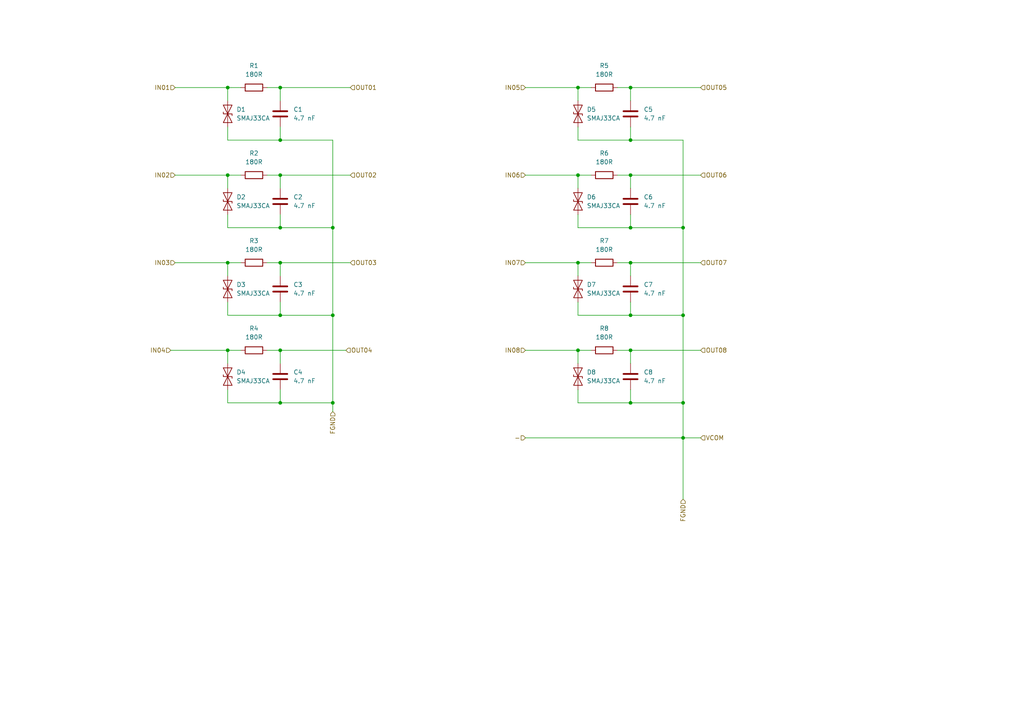
<source format=kicad_sch>
(kicad_sch (version 20231120) (generator "eeschema") (generator_version "8.0")
  (paper "A4")
  (lib_symbols
    (symbol "Diode:SMAJ33CA" (pin_numbers hide) (pin_names (offset 1.016) hide)
      (property "Reference" "D" (at 0 2.54 0))
      (property "Value" "SMAJ33CA" (at 0 -2.54 0))
      (symbol "SMAJ33CA_0_1"
        (polyline (pts (xy 1.27 0) (xy -1.27 0)))
        (polyline (pts (xy -2.54 -1.27) (xy 0 0) (xy -2.54 1.27) (xy -2.54 -1.27)) (stroke (width 0.2032)))
        (polyline (pts (xy 0.508 1.27) (xy 0 1.27) (xy 0 -1.27) (xy -0.508 -1.27)) (stroke (width 0.2032)))
        (polyline (pts (xy 2.54 1.27) (xy 2.54 -1.27) (xy 0 0) (xy 2.54 1.27)) (stroke (width 0.2032)))
      )
      (symbol "SMAJ33CA_1_1"
        (pin passive line (at -3.81 0 0) (length 2.54) (name "A1") (number "1"))
        (pin passive line (at 3.81 0 180) (length 2.54) (name "A2") (number "2"))
      )
    )
    (symbol "kicad_inventree_lib:C_4.7nF_50V_1206" (pin_numbers hide) (pin_names (offset 0.254))
      (property "Reference" "C" (at 0.635 2.54 0))
      (property "Value" "4.7 nF" (at 0.635 -2.54 0))
      (symbol "C_4.7nF_50V_1206_0_1"
        (polyline (pts (xy -2.032 -0.762) (xy 2.032 -0.762)) (stroke (width 0.508)))
        (polyline (pts (xy -2.032 0.762) (xy 2.032 0.762)) (stroke (width 0.508)))
      )
      (symbol "C_4.7nF_50V_1206_1_1"
        (pin passive line (at 0 3.81 270) (length 2.794) (name "~") (number "1"))
        (pin passive line (at 0 -3.81 90) (length 2.794) (name "~") (number "2"))
      )
    )
    (symbol "kicad_inventree_lib:R_180R_1206_1%" (pin_numbers hide) (pin_names (offset 0))
      (property "Reference" "R" (at 2.032 0 90))
      (property "Value" "180R" (at 0 0 90))
      (symbol "R_180R_1206_1%_0_1"
        (rectangle (start -1.016 -2.54) (end 1.016 2.54) (stroke (width 0.254)))
      )
      (symbol "R_180R_1206_1%_1_1"
        (pin passive line (at 0 3.81 270) (length 1.27) (name "~") (number "1"))
        (pin passive line (at 0 -3.81 90) (length 1.27) (name "~") (number "2"))
      )
    )
  )
  (junction (at 182.88 40.64))
  (junction (at 182.88 116.84))
  (junction (at 81.28 91.44))
  (junction (at 66.04 76.2))
  (junction (at 198.12 91.44))
  (junction (at 81.28 25.4))
  (junction (at 182.88 25.4))
  (junction (at 182.88 66.04))
  (junction (at 81.28 101.6))
  (junction (at 182.88 50.8))
  (junction (at 167.64 101.6))
  (junction (at 81.28 76.2))
  (junction (at 96.52 91.44))
  (junction (at 81.28 66.04))
  (junction (at 96.52 116.84))
  (junction (at 81.28 50.8))
  (junction (at 198.12 116.84))
  (junction (at 167.64 25.4))
  (junction (at 96.52 66.04))
  (junction (at 182.88 101.6))
  (junction (at 81.28 116.84))
  (junction (at 198.12 127))
  (junction (at 198.12 66.04))
  (junction (at 182.88 76.2))
  (junction (at 66.04 25.4))
  (junction (at 167.64 50.8))
  (junction (at 81.28 40.64))
  (junction (at 182.88 91.44))
  (junction (at 66.04 50.8))
  (junction (at 66.04 101.6))
  (junction (at 167.64 76.2))
  (wire (pts (xy 167.64 101.6) (xy 167.64 105.41)))
  (wire (pts (xy 66.04 76.2) (xy 69.85 76.2)))
  (wire (pts (xy 167.64 25.4) (xy 167.64 29.21)))
  (wire (pts (xy 179.07 25.4) (xy 182.88 25.4)))
  (wire (pts (xy 49.53 101.6) (xy 66.04 101.6)))
  (wire (pts (xy 198.12 127) (xy 198.12 144.78)))
  (wire (pts (xy 81.28 76.2) (xy 81.28 80.01)))
  (wire (pts (xy 182.88 101.6) (xy 182.88 105.41)))
  (wire (pts (xy 66.04 50.8) (xy 66.04 54.61)))
  (wire (pts (xy 81.28 25.4) (xy 81.28 29.21)))
  (wire (pts (xy 66.04 101.6) (xy 69.85 101.6)))
  (wire (pts (xy 77.47 50.8) (xy 81.28 50.8)))
  (wire (pts (xy 50.8 76.2) (xy 66.04 76.2)))
  (wire (pts (xy 167.64 101.6) (xy 171.45 101.6)))
  (wire (pts (xy 182.88 50.8) (xy 182.88 54.61)))
  (wire (pts (xy 179.07 101.6) (xy 182.88 101.6)))
  (wire (pts (xy 66.04 62.23) (xy 66.04 66.04)))
  (wire (pts (xy 182.88 40.64) (xy 198.12 40.64)))
  (wire (pts (xy 66.04 36.83) (xy 66.04 40.64)))
  (wire (pts (xy 167.64 25.4) (xy 171.45 25.4)))
  (wire (pts (xy 66.04 76.2) (xy 66.04 80.01)))
  (wire (pts (xy 96.52 91.44) (xy 96.52 116.84)))
  (wire (pts (xy 50.8 50.8) (xy 66.04 50.8)))
  (wire (pts (xy 182.88 25.4) (xy 182.88 29.21)))
  (wire (pts (xy 66.04 87.63) (xy 66.04 91.44)))
  (wire (pts (xy 66.04 50.8) (xy 69.85 50.8)))
  (wire (pts (xy 167.64 50.8) (xy 167.64 54.61)))
  (wire (pts (xy 182.88 40.64) (xy 167.64 40.64)))
  (wire (pts (xy 81.28 116.84) (xy 96.52 116.84)))
  (wire (pts (xy 152.4 127) (xy 198.12 127)))
  (wire (pts (xy 182.88 76.2) (xy 203.2 76.2)))
  (wire (pts (xy 198.12 40.64) (xy 198.12 66.04)))
  (wire (pts (xy 179.07 76.2) (xy 182.88 76.2)))
  (wire (pts (xy 167.64 87.63) (xy 167.64 91.44)))
  (wire (pts (xy 81.28 76.2) (xy 101.6 76.2)))
  (wire (pts (xy 167.64 76.2) (xy 167.64 80.01)))
  (wire (pts (xy 81.28 40.64) (xy 66.04 40.64)))
  (wire (pts (xy 81.28 25.4) (xy 101.6 25.4)))
  (wire (pts (xy 77.47 25.4) (xy 81.28 25.4)))
  (wire (pts (xy 182.88 91.44) (xy 198.12 91.44)))
  (wire (pts (xy 81.28 66.04) (xy 66.04 66.04)))
  (wire (pts (xy 182.88 101.6) (xy 203.2 101.6)))
  (wire (pts (xy 182.88 76.2) (xy 182.88 80.01)))
  (wire (pts (xy 167.64 50.8) (xy 171.45 50.8)))
  (wire (pts (xy 81.28 87.63) (xy 81.28 91.44)))
  (wire (pts (xy 81.28 62.23) (xy 81.28 66.04)))
  (wire (pts (xy 167.64 76.2) (xy 171.45 76.2)))
  (wire (pts (xy 81.28 66.04) (xy 96.52 66.04)))
  (wire (pts (xy 167.64 36.83) (xy 167.64 40.64)))
  (wire (pts (xy 152.4 76.2) (xy 167.64 76.2)))
  (wire (pts (xy 81.28 116.84) (xy 66.04 116.84)))
  (wire (pts (xy 66.04 113.03) (xy 66.04 116.84)))
  (wire (pts (xy 198.12 91.44) (xy 198.12 116.84)))
  (wire (pts (xy 179.07 50.8) (xy 182.88 50.8)))
  (wire (pts (xy 152.4 101.6) (xy 167.64 101.6)))
  (wire (pts (xy 198.12 116.84) (xy 198.12 127)))
  (wire (pts (xy 96.52 40.64) (xy 96.52 66.04)))
  (wire (pts (xy 96.52 40.64) (xy 81.28 40.64)))
  (wire (pts (xy 182.88 91.44) (xy 167.64 91.44)))
  (wire (pts (xy 182.88 116.84) (xy 198.12 116.84)))
  (wire (pts (xy 81.28 91.44) (xy 96.52 91.44)))
  (wire (pts (xy 198.12 66.04) (xy 198.12 91.44)))
  (wire (pts (xy 182.88 87.63) (xy 182.88 91.44)))
  (wire (pts (xy 152.4 25.4) (xy 167.64 25.4)))
  (wire (pts (xy 96.52 66.04) (xy 96.52 91.44)))
  (wire (pts (xy 66.04 25.4) (xy 66.04 29.21)))
  (wire (pts (xy 77.47 101.6) (xy 81.28 101.6)))
  (wire (pts (xy 81.28 50.8) (xy 81.28 54.61)))
  (wire (pts (xy 198.12 127) (xy 203.2 127)))
  (wire (pts (xy 81.28 101.6) (xy 81.28 105.41)))
  (wire (pts (xy 182.88 66.04) (xy 198.12 66.04)))
  (wire (pts (xy 81.28 113.03) (xy 81.28 116.84)))
  (wire (pts (xy 50.8 25.4) (xy 66.04 25.4)))
  (wire (pts (xy 77.47 76.2) (xy 81.28 76.2)))
  (wire (pts (xy 182.88 62.23) (xy 182.88 66.04)))
  (wire (pts (xy 81.28 91.44) (xy 66.04 91.44)))
  (wire (pts (xy 182.88 25.4) (xy 203.2 25.4)))
  (wire (pts (xy 182.88 116.84) (xy 167.64 116.84)))
  (wire (pts (xy 66.04 101.6) (xy 66.04 105.41)))
  (wire (pts (xy 81.28 101.6) (xy 100.33 101.6)))
  (wire (pts (xy 66.04 25.4) (xy 69.85 25.4)))
  (wire (pts (xy 96.52 116.84) (xy 96.52 119.38)))
  (wire (pts (xy 81.28 50.8) (xy 101.6 50.8)))
  (wire (pts (xy 182.88 36.83) (xy 182.88 40.64)))
  (wire (pts (xy 182.88 50.8) (xy 203.2 50.8)))
  (wire (pts (xy 167.64 62.23) (xy 167.64 66.04)))
  (wire (pts (xy 182.88 66.04) (xy 167.64 66.04)))
  (wire (pts (xy 182.88 113.03) (xy 182.88 116.84)))
  (wire (pts (xy 152.4 50.8) (xy 167.64 50.8)))
  (wire (pts (xy 81.28 36.83) (xy 81.28 40.64)))
  (wire (pts (xy 167.64 113.03) (xy 167.64 116.84)))
  (hierarchical_label "VCOM" (shape input) (at 203.2 127 0))
  (hierarchical_label "OUT08" (shape input) (at 203.2 101.6 0))
  (hierarchical_label "IN02" (shape input) (at 50.8 50.8 180))
  (hierarchical_label "IN05" (shape input) (at 152.4 25.4 180))
  (hierarchical_label "OUT06" (shape input) (at 203.2 50.8 0))
  (hierarchical_label "IN01" (shape input) (at 50.8 25.4 180))
  (hierarchical_label "FGND" (shape input) (at 96.52 119.38 270))
  (hierarchical_label "OUT03" (shape input) (at 101.6 76.2 0))
  (hierarchical_label "-" (shape input) (at 152.4 127 180))
  (hierarchical_label "OUT02" (shape input) (at 101.6 50.8 0))
  (hierarchical_label "OUT04" (shape input) (at 100.33 101.6 0))
  (hierarchical_label "FGND" (shape input) (at 198.12 144.78 270))
  (hierarchical_label "IN08" (shape input) (at 152.4 101.6 180))
  (hierarchical_label "IN07" (shape input) (at 152.4 76.2 180))
  (hierarchical_label "IN03" (shape input) (at 50.8 76.2 180))
  (hierarchical_label "IN04" (shape input) (at 49.53 101.6 180))
  (hierarchical_label "OUT07" (shape input) (at 203.2 76.2 0))
  (hierarchical_label "OUT05" (shape input) (at 203.2 25.4 0))
  (hierarchical_label "OUT01" (shape input) (at 101.6 25.4 0))
  (hierarchical_label "IN06" (shape input) (at 152.4 50.8 180))
  (symbol (lib_id "Diode:SMAJ33CA") (at 66.04 58.42 90) (unit 1)
    (property "Reference" "D2" (at 68.58 57.1499 90) (effects (justify right)))
    (property "Value" "SMAJ33CA" (at 68.58 59.6899 90) (effects (justify right)))
    (property "Footprint" "Diode_SMD:D_SMA" (effects (hide yes)))
    (property "Datasheet" "https://www.littelfuse.com/media?resourcetype=datasheets&itemid=75e32973-b177-4ee3-a0ff-cedaf1abdb93&filename=smaj-datasheet" (effects (hide yes)))
    (property "Description" "400W bidirectional Transient Voltage Suppressor, 33.0Vr, SMA(DO-214AC)" (effects (hide yes)))
  )
  (symbol (lib_id "kicad_inventree_lib:C_4.7nF_50V_1206") (at 81.28 83.82 0) (unit 1)
    (property "Reference" "C3" (at 85.09 82.5499 0) (effects (justify left)))
    (property "Value" "4.7 nF" (at 85.09 85.0899 0) (effects (justify left)))
    (property "Footprint" "Capacitor_SMD:C_1206_3216Metric_Pad1.33x1.80mm_HandSolder" (effects (hide yes)))
    (property "Datasheet" "http://inventree.network/part/114/" (effects (hide yes)))
    (property "Description" "Unpolarized capacitor" (effects (hide yes)))
    (property "part_ipn" "C_4.7nF_50V_1206" (effects (hide yes)))
  )
  (symbol (lib_id "Diode:SMAJ33CA") (at 66.04 33.02 90) (unit 1)
    (property "Reference" "D1" (at 68.58 31.7499 90) (effects (justify right)))
    (property "Value" "SMAJ33CA" (at 68.58 34.2899 90) (effects (justify right)))
    (property "Footprint" "Diode_SMD:D_SMA" (effects (hide yes)))
    (property "Datasheet" "https://www.littelfuse.com/media?resourcetype=datasheets&itemid=75e32973-b177-4ee3-a0ff-cedaf1abdb93&filename=smaj-datasheet" (effects (hide yes)))
    (property "Description" "400W bidirectional Transient Voltage Suppressor, 33.0Vr, SMA(DO-214AC)" (effects (hide yes)))
  )
  (symbol (lib_id "kicad_inventree_lib:C_4.7nF_50V_1206") (at 81.28 33.02 0) (unit 1)
    (property "Reference" "C1" (at 85.09 31.7499 0) (effects (justify left)))
    (property "Value" "4.7 nF" (at 85.09 34.2899 0) (effects (justify left)))
    (property "Footprint" "Capacitor_SMD:C_1206_3216Metric_Pad1.33x1.80mm_HandSolder" (effects (hide yes)))
    (property "Datasheet" "http://inventree.network/part/114/" (effects (hide yes)))
    (property "Description" "Unpolarized capacitor" (effects (hide yes)))
    (property "part_ipn" "C_4.7nF_50V_1206" (effects (hide yes)))
  )
  (symbol (lib_id "kicad_inventree_lib:C_4.7nF_50V_1206") (at 81.28 109.22 0) (unit 1)
    (property "Reference" "C4" (at 85.09 107.9499 0) (effects (justify left)))
    (property "Value" "4.7 nF" (at 85.09 110.4899 0) (effects (justify left)))
    (property "Footprint" "Capacitor_SMD:C_1206_3216Metric_Pad1.33x1.80mm_HandSolder" (effects (hide yes)))
    (property "Datasheet" "http://inventree.network/part/114/" (effects (hide yes)))
    (property "Description" "Unpolarized capacitor" (effects (hide yes)))
    (property "part_ipn" "C_4.7nF_50V_1206" (effects (hide yes)))
  )
  (symbol (lib_id "kicad_inventree_lib:R_180R_1206_1%") (at 73.66 25.4 90) (unit 1)
    (property "Reference" "R1" (at 73.66 19.05 90))
    (property "Value" "180R" (at 73.66 21.59 90))
    (property "Footprint" "Resistor_SMD:R_1206_3216Metric_Pad1.30x1.75mm_HandSolder" (effects (hide yes)))
    (property "Datasheet" "http://inventree.network/part/113/" (effects (hide yes)))
    (property "Description" "Resistor" (effects (hide yes)))
    (property "part_ipn" "R_180R_1206_1%" (effects (hide yes)))
  )
  (symbol (lib_id "Diode:SMAJ33CA") (at 167.64 33.02 90) (unit 1)
    (property "Reference" "D5" (at 170.18 31.7499 90) (effects (justify right)))
    (property "Value" "SMAJ33CA" (at 170.18 34.2899 90) (effects (justify right)))
    (property "Footprint" "Diode_SMD:D_SMA" (effects (hide yes)))
    (property "Datasheet" "https://www.littelfuse.com/media?resourcetype=datasheets&itemid=75e32973-b177-4ee3-a0ff-cedaf1abdb93&filename=smaj-datasheet" (effects (hide yes)))
    (property "Description" "400W bidirectional Transient Voltage Suppressor, 33.0Vr, SMA(DO-214AC)" (effects (hide yes)))
  )
  (symbol (lib_id "kicad_inventree_lib:R_180R_1206_1%") (at 73.66 101.6 90) (unit 1)
    (property "Reference" "R4" (at 73.66 95.25 90))
    (property "Value" "180R" (at 73.66 97.79 90))
    (property "Footprint" "Resistor_SMD:R_1206_3216Metric_Pad1.30x1.75mm_HandSolder" (effects (hide yes)))
    (property "Datasheet" "http://inventree.network/part/113/" (effects (hide yes)))
    (property "Description" "Resistor" (effects (hide yes)))
    (property "part_ipn" "R_180R_1206_1%" (effects (hide yes)))
  )
  (symbol (lib_id "kicad_inventree_lib:C_4.7nF_50V_1206") (at 182.88 33.02 0) (unit 1)
    (property "Reference" "C5" (at 186.69 31.7499 0) (effects (justify left)))
    (property "Value" "4.7 nF" (at 186.69 34.2899 0) (effects (justify left)))
    (property "Footprint" "Capacitor_SMD:C_1206_3216Metric_Pad1.33x1.80mm_HandSolder" (effects (hide yes)))
    (property "Datasheet" "http://inventree.network/part/114/" (effects (hide yes)))
    (property "Description" "Unpolarized capacitor" (effects (hide yes)))
    (property "part_ipn" "C_4.7nF_50V_1206" (effects (hide yes)))
  )
  (symbol (lib_id "kicad_inventree_lib:C_4.7nF_50V_1206") (at 182.88 109.22 0) (unit 1)
    (property "Reference" "C8" (at 186.69 107.9499 0) (effects (justify left)))
    (property "Value" "4.7 nF" (at 186.69 110.4899 0) (effects (justify left)))
    (property "Footprint" "Capacitor_SMD:C_1206_3216Metric_Pad1.33x1.80mm_HandSolder" (effects (hide yes)))
    (property "Datasheet" "http://inventree.network/part/114/" (effects (hide yes)))
    (property "Description" "Unpolarized capacitor" (effects (hide yes)))
    (property "part_ipn" "C_4.7nF_50V_1206" (effects (hide yes)))
  )
  (symbol (lib_id "Diode:SMAJ33CA") (at 167.64 83.82 90) (unit 1)
    (property "Reference" "D7" (at 170.18 82.5499 90) (effects (justify right)))
    (property "Value" "SMAJ33CA" (at 170.18 85.0899 90) (effects (justify right)))
    (property "Footprint" "Diode_SMD:D_SMA" (effects (hide yes)))
    (property "Datasheet" "https://www.littelfuse.com/media?resourcetype=datasheets&itemid=75e32973-b177-4ee3-a0ff-cedaf1abdb93&filename=smaj-datasheet" (effects (hide yes)))
    (property "Description" "400W bidirectional Transient Voltage Suppressor, 33.0Vr, SMA(DO-214AC)" (effects (hide yes)))
  )
  (symbol (lib_id "kicad_inventree_lib:C_4.7nF_50V_1206") (at 81.28 58.42 0) (unit 1)
    (property "Reference" "C2" (at 85.09 57.1499 0) (effects (justify left)))
    (property "Value" "4.7 nF" (at 85.09 59.6899 0) (effects (justify left)))
    (property "Footprint" "Capacitor_SMD:C_1206_3216Metric_Pad1.33x1.80mm_HandSolder" (effects (hide yes)))
    (property "Datasheet" "http://inventree.network/part/114/" (effects (hide yes)))
    (property "Description" "Unpolarized capacitor" (effects (hide yes)))
    (property "part_ipn" "C_4.7nF_50V_1206" (effects (hide yes)))
  )
  (symbol (lib_id "kicad_inventree_lib:R_180R_1206_1%") (at 175.26 50.8 90) (unit 1)
    (property "Reference" "R6" (at 175.26 44.45 90))
    (property "Value" "180R" (at 175.26 46.99 90))
    (property "Footprint" "Resistor_SMD:R_1206_3216Metric_Pad1.30x1.75mm_HandSolder" (effects (hide yes)))
    (property "Datasheet" "http://inventree.network/part/113/" (effects (hide yes)))
    (property "Description" "Resistor" (effects (hide yes)))
    (property "part_ipn" "R_180R_1206_1%" (effects (hide yes)))
  )
  (symbol (lib_id "kicad_inventree_lib:C_4.7nF_50V_1206") (at 182.88 83.82 0) (unit 1)
    (property "Reference" "C7" (at 186.69 82.5499 0) (effects (justify left)))
    (property "Value" "4.7 nF" (at 186.69 85.0899 0) (effects (justify left)))
    (property "Footprint" "Capacitor_SMD:C_1206_3216Metric_Pad1.33x1.80mm_HandSolder" (effects (hide yes)))
    (property "Datasheet" "http://inventree.network/part/114/" (effects (hide yes)))
    (property "Description" "Unpolarized capacitor" (effects (hide yes)))
    (property "part_ipn" "C_4.7nF_50V_1206" (effects (hide yes)))
  )
  (symbol (lib_id "Diode:SMAJ33CA") (at 66.04 109.22 90) (unit 1)
    (property "Reference" "D4" (at 68.58 107.9499 90) (effects (justify right)))
    (property "Value" "SMAJ33CA" (at 68.58 110.4899 90) (effects (justify right)))
    (property "Footprint" "Diode_SMD:D_SMA" (effects (hide yes)))
    (property "Datasheet" "https://www.littelfuse.com/media?resourcetype=datasheets&itemid=75e32973-b177-4ee3-a0ff-cedaf1abdb93&filename=smaj-datasheet" (effects (hide yes)))
    (property "Description" "400W bidirectional Transient Voltage Suppressor, 33.0Vr, SMA(DO-214AC)" (effects (hide yes)))
  )
  (symbol (lib_id "Diode:SMAJ33CA") (at 66.04 83.82 90) (unit 1)
    (property "Reference" "D3" (at 68.58 82.5499 90) (effects (justify right)))
    (property "Value" "SMAJ33CA" (at 68.58 85.0899 90) (effects (justify right)))
    (property "Footprint" "Diode_SMD:D_SMA" (effects (hide yes)))
    (property "Datasheet" "https://www.littelfuse.com/media?resourcetype=datasheets&itemid=75e32973-b177-4ee3-a0ff-cedaf1abdb93&filename=smaj-datasheet" (effects (hide yes)))
    (property "Description" "400W bidirectional Transient Voltage Suppressor, 33.0Vr, SMA(DO-214AC)" (effects (hide yes)))
  )
  (symbol (lib_id "Diode:SMAJ33CA") (at 167.64 58.42 90) (unit 1)
    (property "Reference" "D6" (at 170.18 57.1499 90) (effects (justify right)))
    (property "Value" "SMAJ33CA" (at 170.18 59.6899 90) (effects (justify right)))
    (property "Footprint" "Diode_SMD:D_SMA" (effects (hide yes)))
    (property "Datasheet" "https://www.littelfuse.com/media?resourcetype=datasheets&itemid=75e32973-b177-4ee3-a0ff-cedaf1abdb93&filename=smaj-datasheet" (effects (hide yes)))
    (property "Description" "400W bidirectional Transient Voltage Suppressor, 33.0Vr, SMA(DO-214AC)" (effects (hide yes)))
  )
  (symbol (lib_id "kicad_inventree_lib:R_180R_1206_1%") (at 73.66 76.2 90) (unit 1)
    (property "Reference" "R3" (at 73.66 69.85 90))
    (property "Value" "180R" (at 73.66 72.39 90))
    (property "Footprint" "Resistor_SMD:R_1206_3216Metric_Pad1.30x1.75mm_HandSolder" (effects (hide yes)))
    (property "Datasheet" "http://inventree.network/part/113/" (effects (hide yes)))
    (property "Description" "Resistor" (effects (hide yes)))
    (property "part_ipn" "R_180R_1206_1%" (effects (hide yes)))
  )
  (symbol (lib_id "kicad_inventree_lib:R_180R_1206_1%") (at 175.26 25.4 90) (unit 1)
    (property "Reference" "R5" (at 175.26 19.05 90))
    (property "Value" "180R" (at 175.26 21.59 90))
    (property "Footprint" "Resistor_SMD:R_1206_3216Metric_Pad1.30x1.75mm_HandSolder" (effects (hide yes)))
    (property "Datasheet" "http://inventree.network/part/113/" (effects (hide yes)))
    (property "Description" "Resistor" (effects (hide yes)))
    (property "part_ipn" "R_180R_1206_1%" (effects (hide yes)))
  )
  (symbol (lib_id "kicad_inventree_lib:R_180R_1206_1%") (at 175.26 76.2 90) (unit 1)
    (property "Reference" "R7" (at 175.26 69.85 90))
    (property "Value" "180R" (at 175.26 72.39 90))
    (property "Footprint" "Resistor_SMD:R_1206_3216Metric_Pad1.30x1.75mm_HandSolder" (effects (hide yes)))
    (property "Datasheet" "http://inventree.network/part/113/" (effects (hide yes)))
    (property "Description" "Resistor" (effects (hide yes)))
    (property "part_ipn" "R_180R_1206_1%" (effects (hide yes)))
  )
  (symbol (lib_id "Diode:SMAJ33CA") (at 167.64 109.22 90) (unit 1)
    (property "Reference" "D8" (at 170.18 107.9499 90) (effects (justify right)))
    (property "Value" "SMAJ33CA" (at 170.18 110.4899 90) (effects (justify right)))
    (property "Footprint" "Diode_SMD:D_SMA" (effects (hide yes)))
    (property "Datasheet" "https://www.littelfuse.com/media?resourcetype=datasheets&itemid=75e32973-b177-4ee3-a0ff-cedaf1abdb93&filename=smaj-datasheet" (effects (hide yes)))
    (property "Description" "400W bidirectional Transient Voltage Suppressor, 33.0Vr, SMA(DO-214AC)" (effects (hide yes)))
  )
  (symbol (lib_id "kicad_inventree_lib:R_180R_1206_1%") (at 175.26 101.6 90) (unit 1)
    (property "Reference" "R8" (at 175.26 95.25 90))
    (property "Value" "180R" (at 175.26 97.79 90))
    (property "Footprint" "Resistor_SMD:R_1206_3216Metric_Pad1.30x1.75mm_HandSolder" (effects (hide yes)))
    (property "Datasheet" "http://inventree.network/part/113/" (effects (hide yes)))
    (property "Description" "Resistor" (effects (hide yes)))
    (property "part_ipn" "R_180R_1206_1%" (effects (hide yes)))
  )
  (symbol (lib_id "kicad_inventree_lib:C_4.7nF_50V_1206") (at 182.88 58.42 0) (unit 1)
    (property "Reference" "C6" (at 186.69 57.1499 0) (effects (justify left)))
    (property "Value" "4.7 nF" (at 186.69 59.6899 0) (effects (justify left)))
    (property "Footprint" "Capacitor_SMD:C_1206_3216Metric_Pad1.33x1.80mm_HandSolder" (effects (hide yes)))
    (property "Datasheet" "http://inventree.network/part/114/" (effects (hide yes)))
    (property "Description" "Unpolarized capacitor" (effects (hide yes)))
    (property "part_ipn" "C_4.7nF_50V_1206" (effects (hide yes)))
  )
  (symbol (lib_id "kicad_inventree_lib:R_180R_1206_1%") (at 73.66 50.8 90) (unit 1)
    (property "Reference" "R2" (at 73.66 44.45 90))
    (property "Value" "180R" (at 73.66 46.99 90))
    (property "Footprint" "Resistor_SMD:R_1206_3216Metric_Pad1.30x1.75mm_HandSolder" (effects (hide yes)))
    (property "Datasheet" "http://inventree.network/part/113/" (effects (hide yes)))
    (property "Description" "Resistor" (effects (hide yes)))
    (property "part_ipn" "R_180R_1206_1%" (effects (hide yes)))
  )
)
</source>
